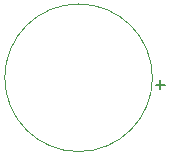
<source format=gbr>
%TF.GenerationSoftware,KiCad,Pcbnew,(5.1.8)-1*%
%TF.CreationDate,2022-12-05T23:25:29-06:00*%
%TF.ProjectId,pcb,7063622e-6b69-4636-9164-5f7063625858,rev?*%
%TF.SameCoordinates,Original*%
%TF.FileFunction,Legend,Bot*%
%TF.FilePolarity,Positive*%
%FSLAX46Y46*%
G04 Gerber Fmt 4.6, Leading zero omitted, Abs format (unit mm)*
G04 Created by KiCad (PCBNEW (5.1.8)-1) date 2022-12-05 23:25:29*
%MOMM*%
%LPD*%
G01*
G04 APERTURE LIST*
%ADD10C,0.120000*%
%ADD11C,0.150000*%
G04 APERTURE END LIST*
D10*
%TO.C,BT1*%
X103913000Y-63500000D02*
G75*
G03*
X103913000Y-63500000I-6250000J0D01*
G01*
%TO.C,BZ1*%
D11*
X104965452Y-64079428D02*
X104203547Y-64079428D01*
X104584500Y-64460380D02*
X104584500Y-63698476D01*
%TD*%
M02*

</source>
